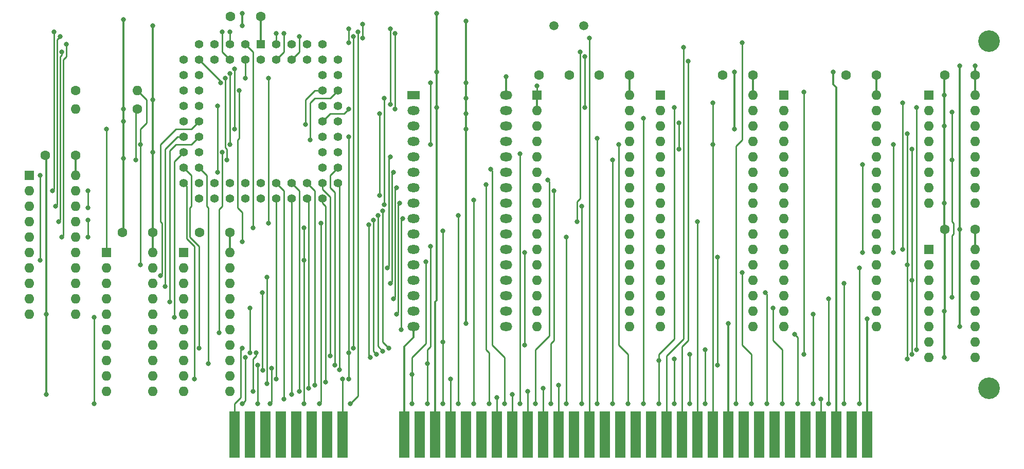
<source format=gbr>
G04 #@! TF.GenerationSoftware,KiCad,Pcbnew,(5.1.8)-1*
G04 #@! TF.CreationDate,2022-11-03T13:19:36-06:00*
G04 #@! TF.ProjectId,V40 64K 640K ISA,56343020-3634-44b2-9036-34304b204953,rev?*
G04 #@! TF.SameCoordinates,Original*
G04 #@! TF.FileFunction,Copper,L2,Bot*
G04 #@! TF.FilePolarity,Positive*
%FSLAX46Y46*%
G04 Gerber Fmt 4.6, Leading zero omitted, Abs format (unit mm)*
G04 Created by KiCad (PCBNEW (5.1.8)-1) date 2022-11-03 13:19:36*
%MOMM*%
%LPD*%
G01*
G04 APERTURE LIST*
G04 #@! TA.AperFunction,ComponentPad*
%ADD10O,2.000000X1.440000*%
G04 #@! TD*
G04 #@! TA.AperFunction,ComponentPad*
%ADD11R,2.000000X1.440000*%
G04 #@! TD*
G04 #@! TA.AperFunction,ComponentPad*
%ADD12O,1.600000X1.600000*%
G04 #@! TD*
G04 #@! TA.AperFunction,ComponentPad*
%ADD13C,1.600000*%
G04 #@! TD*
G04 #@! TA.AperFunction,ComponentPad*
%ADD14C,1.500000*%
G04 #@! TD*
G04 #@! TA.AperFunction,ComponentPad*
%ADD15R,1.600000X1.600000*%
G04 #@! TD*
G04 #@! TA.AperFunction,ComponentPad*
%ADD16C,1.422400*%
G04 #@! TD*
G04 #@! TA.AperFunction,ComponentPad*
%ADD17R,1.422400X1.422400*%
G04 #@! TD*
G04 #@! TA.AperFunction,ConnectorPad*
%ADD18R,1.780000X7.620000*%
G04 #@! TD*
G04 #@! TA.AperFunction,ComponentPad*
%ADD19C,3.556000*%
G04 #@! TD*
G04 #@! TA.AperFunction,ViaPad*
%ADD20C,0.800000*%
G04 #@! TD*
G04 #@! TA.AperFunction,Conductor*
%ADD21C,0.250000*%
G04 #@! TD*
G04 #@! TA.AperFunction,Conductor*
%ADD22C,0.330200*%
G04 #@! TD*
G04 APERTURE END LIST*
D10*
G04 #@! TO.P,U1,17*
G04 #@! TO.N,/D3*
X102100380Y-111988600D03*
G04 #@! TO.P,U1,16*
G04 #@! TO.N,GND*
X86860380Y-111988600D03*
G04 #@! TO.P,U1,18*
G04 #@! TO.N,/D4*
X102100380Y-109448600D03*
G04 #@! TO.P,U1,15*
G04 #@! TO.N,/D2*
X86860380Y-109448600D03*
G04 #@! TO.P,U1,19*
G04 #@! TO.N,/D5*
X102100380Y-106908600D03*
G04 #@! TO.P,U1,14*
G04 #@! TO.N,/D1*
X86860380Y-106908600D03*
G04 #@! TO.P,U1,20*
G04 #@! TO.N,/D6*
X102100380Y-104368600D03*
G04 #@! TO.P,U1,13*
G04 #@! TO.N,/D0*
X86860380Y-104368600D03*
G04 #@! TO.P,U1,21*
G04 #@! TO.N,/D7*
X102100380Y-101828600D03*
G04 #@! TO.P,U1,12*
G04 #@! TO.N,/A0*
X86860380Y-101828600D03*
G04 #@! TO.P,U1,22*
G04 #@! TO.N,/64K_ROM_CS*
X102100380Y-99288600D03*
G04 #@! TO.P,U1,11*
G04 #@! TO.N,/A1*
X86860380Y-99288600D03*
G04 #@! TO.P,U1,23*
G04 #@! TO.N,/A10*
X102100380Y-96748600D03*
G04 #@! TO.P,U1,10*
G04 #@! TO.N,/A2*
X86860380Y-96748600D03*
G04 #@! TO.P,U1,24*
G04 #@! TO.N,/MRD*
X102100380Y-94208600D03*
G04 #@! TO.P,U1,9*
G04 #@! TO.N,/A3*
X86860380Y-94208600D03*
G04 #@! TO.P,U1,25*
G04 #@! TO.N,/A11*
X102100380Y-91668600D03*
G04 #@! TO.P,U1,8*
G04 #@! TO.N,/A4*
X86860380Y-91668600D03*
G04 #@! TO.P,U1,26*
G04 #@! TO.N,/A9*
X102100380Y-89128600D03*
G04 #@! TO.P,U1,7*
G04 #@! TO.N,/A5*
X86860380Y-89128600D03*
G04 #@! TO.P,U1,27*
G04 #@! TO.N,/A8*
X102100380Y-86588600D03*
G04 #@! TO.P,U1,6*
G04 #@! TO.N,/A6*
X86860380Y-86588600D03*
G04 #@! TO.P,U1,28*
G04 #@! TO.N,/A13*
X102100380Y-84048600D03*
G04 #@! TO.P,U1,5*
G04 #@! TO.N,/A7*
X86860380Y-84048600D03*
G04 #@! TO.P,U1,29*
G04 #@! TO.N,/A14*
X102100380Y-81508600D03*
G04 #@! TO.P,U1,4*
G04 #@! TO.N,/A12*
X86860380Y-81508600D03*
G04 #@! TO.P,U1,30*
G04 #@! TO.N,GND*
X102100380Y-78968600D03*
G04 #@! TO.P,U1,3*
G04 #@! TO.N,/A15*
X86860380Y-78968600D03*
G04 #@! TO.P,U1,31*
G04 #@! TO.N,VCC*
X102100380Y-76428600D03*
G04 #@! TO.P,U1,2*
G04 #@! TO.N,GND*
X86860380Y-76428600D03*
G04 #@! TO.P,U1,32*
G04 #@! TO.N,VCC*
X102100380Y-73888600D03*
D11*
G04 #@! TO.P,U1,1*
G04 #@! TO.N,GND*
X86860380Y-73888600D03*
G04 #@! TD*
D12*
G04 #@! TO.P,R2,2*
G04 #@! TO.N,/DEN*
X41394380Y-73126600D03*
D13*
G04 #@! TO.P,R2,1*
G04 #@! TO.N,VCC*
X31234380Y-73126600D03*
G04 #@! TD*
D12*
G04 #@! TO.P,R1,2*
G04 #@! TO.N,GND*
X31234380Y-76174600D03*
D13*
G04 #@! TO.P,R1,1*
G04 #@! TO.N,/POLL*
X41394380Y-76174600D03*
G04 #@! TD*
D14*
G04 #@! TO.P,Y1,2*
G04 #@! TO.N,/X2*
X114874380Y-62458600D03*
G04 #@! TO.P,Y1,1*
G04 #@! TO.N,/X1*
X109974380Y-62458600D03*
G04 #@! TD*
D12*
G04 #@! TO.P,U10,20*
G04 #@! TO.N,VCC*
X56634380Y-99796600D03*
G04 #@! TO.P,U10,10*
G04 #@! TO.N,GND*
X49014380Y-122656600D03*
G04 #@! TO.P,U10,19*
G04 #@! TO.N,/A7*
X56634380Y-102336600D03*
G04 #@! TO.P,U10,9*
G04 #@! TO.N,/AD0*
X49014380Y-120116600D03*
G04 #@! TO.P,U10,18*
G04 #@! TO.N,/A6*
X56634380Y-104876600D03*
G04 #@! TO.P,U10,8*
G04 #@! TO.N,/AD1*
X49014380Y-117576600D03*
G04 #@! TO.P,U10,17*
G04 #@! TO.N,/A5*
X56634380Y-107416600D03*
G04 #@! TO.P,U10,7*
G04 #@! TO.N,/AD2*
X49014380Y-115036600D03*
G04 #@! TO.P,U10,16*
G04 #@! TO.N,/A4*
X56634380Y-109956600D03*
G04 #@! TO.P,U10,6*
G04 #@! TO.N,/AD3*
X49014380Y-112496600D03*
G04 #@! TO.P,U10,15*
G04 #@! TO.N,/A3*
X56634380Y-112496600D03*
G04 #@! TO.P,U10,5*
G04 #@! TO.N,/AD4*
X49014380Y-109956600D03*
G04 #@! TO.P,U10,14*
G04 #@! TO.N,/A2*
X56634380Y-115036600D03*
G04 #@! TO.P,U10,4*
G04 #@! TO.N,/AD5*
X49014380Y-107416600D03*
G04 #@! TO.P,U10,13*
G04 #@! TO.N,/A1*
X56634380Y-117576600D03*
G04 #@! TO.P,U10,3*
G04 #@! TO.N,/AD6*
X49014380Y-104876600D03*
G04 #@! TO.P,U10,12*
G04 #@! TO.N,/A0*
X56634380Y-120116600D03*
G04 #@! TO.P,U10,2*
G04 #@! TO.N,/AD7*
X49014380Y-102336600D03*
G04 #@! TO.P,U10,11*
G04 #@! TO.N,/ALE*
X56634380Y-122656600D03*
D15*
G04 #@! TO.P,U10,1*
G04 #@! TO.N,/HOLDA*
X49014380Y-99796600D03*
G04 #@! TD*
D12*
G04 #@! TO.P,U9,20*
G04 #@! TO.N,VCC*
X43934380Y-99796600D03*
G04 #@! TO.P,U9,10*
G04 #@! TO.N,GND*
X36314380Y-122656600D03*
G04 #@! TO.P,U9,19*
G04 #@! TO.N,/DEN*
X43934380Y-102336600D03*
G04 #@! TO.P,U9,9*
G04 #@! TO.N,/AD0*
X36314380Y-120116600D03*
G04 #@! TO.P,U9,18*
G04 #@! TO.N,/D7*
X43934380Y-104876600D03*
G04 #@! TO.P,U9,8*
G04 #@! TO.N,/AD1*
X36314380Y-117576600D03*
G04 #@! TO.P,U9,17*
G04 #@! TO.N,/D6*
X43934380Y-107416600D03*
G04 #@! TO.P,U9,7*
G04 #@! TO.N,/AD2*
X36314380Y-115036600D03*
G04 #@! TO.P,U9,16*
G04 #@! TO.N,/D5*
X43934380Y-109956600D03*
G04 #@! TO.P,U9,6*
G04 #@! TO.N,/AD3*
X36314380Y-112496600D03*
G04 #@! TO.P,U9,15*
G04 #@! TO.N,/D4*
X43934380Y-112496600D03*
G04 #@! TO.P,U9,5*
G04 #@! TO.N,/AD4*
X36314380Y-109956600D03*
G04 #@! TO.P,U9,14*
G04 #@! TO.N,/D3*
X43934380Y-115036600D03*
G04 #@! TO.P,U9,4*
G04 #@! TO.N,/AD5*
X36314380Y-107416600D03*
G04 #@! TO.P,U9,13*
G04 #@! TO.N,/D2*
X43934380Y-117576600D03*
G04 #@! TO.P,U9,3*
G04 #@! TO.N,/AD6*
X36314380Y-104876600D03*
G04 #@! TO.P,U9,12*
G04 #@! TO.N,/D1*
X43934380Y-120116600D03*
G04 #@! TO.P,U9,2*
G04 #@! TO.N,/AD7*
X36314380Y-102336600D03*
G04 #@! TO.P,U9,11*
G04 #@! TO.N,/D0*
X43934380Y-122656600D03*
D15*
G04 #@! TO.P,U9,1*
G04 #@! TO.N,/DTR*
X36314380Y-99796600D03*
G04 #@! TD*
D12*
G04 #@! TO.P,U8,20*
G04 #@! TO.N,VCC*
X31234380Y-87096600D03*
G04 #@! TO.P,U8,10*
G04 #@! TO.N,GND*
X23614380Y-109956600D03*
G04 #@! TO.P,U8,19*
G04 #@! TO.N,/A19*
X31234380Y-89636600D03*
G04 #@! TO.P,U8,9*
G04 #@! TO.N,Net-(U8-Pad9)*
X23614380Y-107416600D03*
G04 #@! TO.P,U8,18*
G04 #@! TO.N,/A18*
X31234380Y-92176600D03*
G04 #@! TO.P,U8,8*
G04 #@! TO.N,Net-(U8-Pad8)*
X23614380Y-104876600D03*
G04 #@! TO.P,U8,17*
G04 #@! TO.N,/A17*
X31234380Y-94716600D03*
G04 #@! TO.P,U8,7*
G04 #@! TO.N,Net-(U8-Pad7)*
X23614380Y-102336600D03*
G04 #@! TO.P,U8,16*
G04 #@! TO.N,/A16*
X31234380Y-97256600D03*
G04 #@! TO.P,U8,6*
G04 #@! TO.N,Net-(U8-Pad6)*
X23614380Y-99796600D03*
G04 #@! TO.P,U8,15*
G04 #@! TO.N,Net-(U8-Pad15)*
X31234380Y-99796600D03*
G04 #@! TO.P,U8,5*
G04 #@! TO.N,/A16_*
X23614380Y-97256600D03*
G04 #@! TO.P,U8,14*
G04 #@! TO.N,Net-(U8-Pad14)*
X31234380Y-102336600D03*
G04 #@! TO.P,U8,4*
G04 #@! TO.N,/A17_*
X23614380Y-94716600D03*
G04 #@! TO.P,U8,13*
G04 #@! TO.N,Net-(U8-Pad13)*
X31234380Y-104876600D03*
G04 #@! TO.P,U8,3*
G04 #@! TO.N,/A18_*
X23614380Y-92176600D03*
G04 #@! TO.P,U8,12*
G04 #@! TO.N,Net-(U8-Pad12)*
X31234380Y-107416600D03*
G04 #@! TO.P,U8,2*
G04 #@! TO.N,/A19_*
X23614380Y-89636600D03*
G04 #@! TO.P,U8,11*
G04 #@! TO.N,/ALE*
X31234380Y-109956600D03*
D15*
G04 #@! TO.P,U8,1*
G04 #@! TO.N,/HOLDA*
X23614380Y-87096600D03*
G04 #@! TD*
D16*
G04 #@! TO.P,U7,60*
G04 #@! TO.N,/MWR*
X74414380Y-68046600D03*
G04 #@! TO.P,U7,58*
G04 #@! TO.N,Net-(U7-Pad58)*
X74414380Y-70586600D03*
G04 #@! TO.P,U7,56*
G04 #@! TO.N,/DEN*
X74414380Y-73126600D03*
G04 #@! TO.P,U7,54*
G04 #@! TO.N,/X1*
X74414380Y-75666600D03*
G04 #@! TO.P,U7,52*
G04 #@! TO.N,GND*
X74414380Y-78206600D03*
G04 #@! TO.P,U7,50*
G04 #@! TO.N,/ALE*
X74414380Y-80746600D03*
G04 #@! TO.P,U7,48*
G04 #@! TO.N,Net-(U7-Pad48)*
X74414380Y-83286600D03*
G04 #@! TO.P,U7,46*
G04 #@! TO.N,/SPK_GO*
X74414380Y-85826600D03*
G04 #@! TO.P,U7,61*
G04 #@! TO.N,/IORD*
X71874380Y-65506600D03*
G04 #@! TO.P,U7,59*
G04 #@! TO.N,/IOWR*
X71874380Y-70586600D03*
G04 #@! TO.P,U7,57*
G04 #@! TO.N,/DTR*
X71874380Y-73126600D03*
G04 #@! TO.P,U7,55*
G04 #@! TO.N,Net-(U7-Pad55)*
X71874380Y-75666600D03*
G04 #@! TO.P,U7,53*
G04 #@! TO.N,/X2*
X71874380Y-78206600D03*
G04 #@! TO.P,U7,51*
G04 #@! TO.N,Net-(U7-Pad51)*
X71874380Y-80746600D03*
G04 #@! TO.P,U7,49*
G04 #@! TO.N,Net-(U7-Pad49)*
X71874380Y-83286600D03*
G04 #@! TO.P,U7,47*
G04 #@! TO.N,/POLL*
X71874380Y-85826600D03*
G04 #@! TO.P,U7,45*
G04 #@! TO.N,/SPK_OUT*
X71874380Y-88366600D03*
G04 #@! TO.P,U7,43*
G04 #@! TO.N,/IRQ7*
X71874380Y-90906600D03*
G04 #@! TO.P,U7,41*
G04 #@! TO.N,/IRQ5*
X69334380Y-90906600D03*
G04 #@! TO.P,U7,39*
G04 #@! TO.N,/IRQ3*
X66794380Y-90906600D03*
G04 #@! TO.P,U7,37*
G04 #@! TO.N,/IRQ1*
X64254380Y-90906600D03*
G04 #@! TO.P,U7,35*
G04 #@! TO.N,Net-(U7-Pad35)*
X61714380Y-90906600D03*
G04 #@! TO.P,U7,33*
G04 #@! TO.N,Net-(U7-Pad33)*
X59174380Y-90906600D03*
G04 #@! TO.P,U7,31*
G04 #@! TO.N,Net-(U7-Pad31)*
X56634380Y-90906600D03*
G04 #@! TO.P,U7,29*
G04 #@! TO.N,Net-(U7-Pad29)*
X54094380Y-90906600D03*
G04 #@! TO.P,U7,27*
G04 #@! TO.N,Net-(U7-Pad27)*
X51554380Y-90906600D03*
G04 #@! TO.P,U7,44*
G04 #@! TO.N,/HF_PCLK*
X74414380Y-88366600D03*
G04 #@! TO.P,U7,42*
G04 #@! TO.N,/IRQ6*
X69334380Y-88366600D03*
G04 #@! TO.P,U7,40*
G04 #@! TO.N,/IRQ4*
X66794380Y-88366600D03*
G04 #@! TO.P,U7,38*
G04 #@! TO.N,/IRQ2*
X64254380Y-88366600D03*
G04 #@! TO.P,U7,36*
G04 #@! TO.N,Net-(U7-Pad36)*
X61714380Y-88366600D03*
G04 #@! TO.P,U7,34*
G04 #@! TO.N,Net-(U7-Pad34)*
X59174380Y-88366600D03*
G04 #@! TO.P,U7,32*
G04 #@! TO.N,Net-(U7-Pad32)*
X56634380Y-88366600D03*
G04 #@! TO.P,U7,30*
G04 #@! TO.N,Net-(U7-Pad30)*
X54094380Y-88366600D03*
G04 #@! TO.P,U7,28*
G04 #@! TO.N,Net-(U7-Pad28)*
X51554380Y-88366600D03*
G04 #@! TO.P,U7,26*
G04 #@! TO.N,/AD0*
X49014380Y-88366600D03*
G04 #@! TO.P,U7,24*
G04 #@! TO.N,/AD2*
X49014380Y-85826600D03*
G04 #@! TO.P,U7,22*
G04 #@! TO.N,/AD4*
X49014380Y-83286600D03*
G04 #@! TO.P,U7,20*
G04 #@! TO.N,/AD6*
X49014380Y-80746600D03*
G04 #@! TO.P,U7,18*
G04 #@! TO.N,GND*
X49014380Y-78206600D03*
G04 #@! TO.P,U7,16*
G04 #@! TO.N,/A9*
X49014380Y-75666600D03*
G04 #@! TO.P,U7,14*
G04 #@! TO.N,/A11*
X49014380Y-73126600D03*
G04 #@! TO.P,U7,12*
G04 #@! TO.N,/A13*
X49014380Y-70586600D03*
G04 #@! TO.P,U7,10*
G04 #@! TO.N,/A15*
X49014380Y-68046600D03*
G04 #@! TO.P,U7,25*
G04 #@! TO.N,/AD1*
X51554380Y-85826600D03*
G04 #@! TO.P,U7,23*
G04 #@! TO.N,/AD3*
X51554380Y-83286600D03*
G04 #@! TO.P,U7,21*
G04 #@! TO.N,/AD5*
X51554380Y-80746600D03*
G04 #@! TO.P,U7,19*
G04 #@! TO.N,/AD7*
X51554380Y-78206600D03*
G04 #@! TO.P,U7,17*
G04 #@! TO.N,/A8*
X51554380Y-75666600D03*
G04 #@! TO.P,U7,15*
G04 #@! TO.N,/A10*
X51554380Y-73126600D03*
G04 #@! TO.P,U7,13*
G04 #@! TO.N,/A12*
X51554380Y-70586600D03*
G04 #@! TO.P,U7,11*
G04 #@! TO.N,/A14*
X51554380Y-68046600D03*
G04 #@! TO.P,U7,63*
G04 #@! TO.N,Net-(U7-Pad63)*
X69334380Y-65506600D03*
G04 #@! TO.P,U7,65*
G04 #@! TO.N,Net-(U7-Pad65)*
X66794380Y-65506600D03*
G04 #@! TO.P,U7,67*
G04 #@! TO.N,/RDY1*
X64254380Y-65506600D03*
G04 #@! TO.P,U7,9*
G04 #@! TO.N,/A16_*
X51554380Y-65506600D03*
G04 #@! TO.P,U7,7*
G04 #@! TO.N,/A18_*
X54094380Y-65506600D03*
G04 #@! TO.P,U7,5*
G04 #@! TO.N,/REFRQ*
X56634380Y-65506600D03*
G04 #@! TO.P,U7,3*
G04 #@! TO.N,/HOLDA*
X59174380Y-65506600D03*
D17*
G04 #@! TO.P,U7,1*
G04 #@! TO.N,VCC*
X61714380Y-65506600D03*
D16*
G04 #@! TO.P,U7,62*
G04 #@! TO.N,/MRD*
X71874380Y-68046600D03*
G04 #@! TO.P,U7,64*
G04 #@! TO.N,Net-(U7-Pad64)*
X69334380Y-68046600D03*
G04 #@! TO.P,U7,66*
G04 #@! TO.N,/NMI*
X66794380Y-68046600D03*
G04 #@! TO.P,U7,68*
G04 #@! TO.N,/RESET*
X64254380Y-68046600D03*
G04 #@! TO.P,U7,8*
G04 #@! TO.N,/A17_*
X54094380Y-68046600D03*
G04 #@! TO.P,U7,6*
G04 #@! TO.N,/A19_*
X56634380Y-68046600D03*
G04 #@! TO.P,U7,4*
G04 #@! TO.N,/HOLD*
X59174380Y-68046600D03*
G04 #@! TO.P,U7,2*
G04 #@! TO.N,Net-(U7-Pad2)*
X61714380Y-68046600D03*
G04 #@! TD*
D18*
G04 #@! TO.P,J1,8*
G04 #@! TO.N,/NMI*
X57396380Y-129768600D03*
G04 #@! TO.P,J1,7*
G04 #@! TO.N,Net-(J1-Pad7)*
X59936380Y-129768600D03*
G04 #@! TO.P,J1,6*
G04 #@! TO.N,Net-(J1-Pad6)*
X62476380Y-129768600D03*
G04 #@! TO.P,J1,5*
G04 #@! TO.N,Net-(J1-Pad5)*
X65016380Y-129768600D03*
G04 #@! TO.P,J1,4*
G04 #@! TO.N,Net-(J1-Pad4)*
X67556380Y-129768600D03*
G04 #@! TO.P,J1,3*
G04 #@! TO.N,Net-(J1-Pad3)*
X70096380Y-129768600D03*
G04 #@! TO.P,J1,2*
G04 #@! TO.N,Net-(J1-Pad2)*
X72636380Y-129768600D03*
G04 #@! TO.P,J1,1*
G04 #@! TO.N,/IRQ1*
X75176380Y-129768600D03*
G04 #@! TD*
D13*
G04 #@! TO.P,C10,2*
G04 #@! TO.N,VCC*
X56634380Y-96494600D03*
G04 #@! TO.P,C10,1*
G04 #@! TO.N,GND*
X51634380Y-96494600D03*
G04 #@! TD*
G04 #@! TO.P,C9,2*
G04 #@! TO.N,VCC*
X43934380Y-96494600D03*
G04 #@! TO.P,C9,1*
G04 #@! TO.N,GND*
X38934380Y-96494600D03*
G04 #@! TD*
G04 #@! TO.P,C8,2*
G04 #@! TO.N,VCC*
X31234380Y-83794600D03*
G04 #@! TO.P,C8,1*
G04 #@! TO.N,GND*
X26234380Y-83794600D03*
G04 #@! TD*
G04 #@! TO.P,C7,2*
G04 #@! TO.N,VCC*
X61714380Y-60934600D03*
G04 #@! TO.P,C7,1*
G04 #@! TO.N,GND*
X56714380Y-60934600D03*
G04 #@! TD*
G04 #@! TO.P,C2,2*
G04 #@! TO.N,VCC*
X122420380Y-70586600D03*
G04 #@! TO.P,C2,1*
G04 #@! TO.N,GND*
X117420380Y-70586600D03*
G04 #@! TD*
D12*
G04 #@! TO.P,U2,32*
G04 #@! TO.N,VCC*
X122420380Y-73888600D03*
G04 #@! TO.P,U2,16*
G04 #@! TO.N,GND*
X107180380Y-111988600D03*
G04 #@! TO.P,U2,31*
G04 #@! TO.N,/MWR*
X122420380Y-76428600D03*
G04 #@! TO.P,U2,15*
G04 #@! TO.N,/D2*
X107180380Y-109448600D03*
G04 #@! TO.P,U2,30*
G04 #@! TO.N,GND*
X122420380Y-78968600D03*
G04 #@! TO.P,U2,14*
G04 #@! TO.N,/D1*
X107180380Y-106908600D03*
G04 #@! TO.P,U2,29*
G04 #@! TO.N,/A14*
X122420380Y-81508600D03*
G04 #@! TO.P,U2,13*
G04 #@! TO.N,/D0*
X107180380Y-104368600D03*
G04 #@! TO.P,U2,28*
G04 #@! TO.N,/A13*
X122420380Y-84048600D03*
G04 #@! TO.P,U2,12*
G04 #@! TO.N,/A0*
X107180380Y-101828600D03*
G04 #@! TO.P,U2,27*
G04 #@! TO.N,/A8*
X122420380Y-86588600D03*
G04 #@! TO.P,U2,11*
G04 #@! TO.N,/A1*
X107180380Y-99288600D03*
G04 #@! TO.P,U2,26*
G04 #@! TO.N,/A9*
X122420380Y-89128600D03*
G04 #@! TO.P,U2,10*
G04 #@! TO.N,/A2*
X107180380Y-96748600D03*
G04 #@! TO.P,U2,25*
G04 #@! TO.N,/A11*
X122420380Y-91668600D03*
G04 #@! TO.P,U2,9*
G04 #@! TO.N,/A3*
X107180380Y-94208600D03*
G04 #@! TO.P,U2,24*
G04 #@! TO.N,/MRD*
X122420380Y-94208600D03*
G04 #@! TO.P,U2,8*
G04 #@! TO.N,/A4*
X107180380Y-91668600D03*
G04 #@! TO.P,U2,23*
G04 #@! TO.N,/A10*
X122420380Y-96748600D03*
G04 #@! TO.P,U2,7*
G04 #@! TO.N,/A5*
X107180380Y-89128600D03*
G04 #@! TO.P,U2,22*
G04 #@! TO.N,/E0000_CS*
X122420380Y-99288600D03*
G04 #@! TO.P,U2,6*
G04 #@! TO.N,/A6*
X107180380Y-86588600D03*
G04 #@! TO.P,U2,21*
G04 #@! TO.N,/D7*
X122420380Y-101828600D03*
G04 #@! TO.P,U2,5*
G04 #@! TO.N,/A7*
X107180380Y-84048600D03*
G04 #@! TO.P,U2,20*
G04 #@! TO.N,/D6*
X122420380Y-104368600D03*
G04 #@! TO.P,U2,4*
G04 #@! TO.N,/A12*
X107180380Y-81508600D03*
G04 #@! TO.P,U2,19*
G04 #@! TO.N,/D5*
X122420380Y-106908600D03*
G04 #@! TO.P,U2,3*
G04 #@! TO.N,/A15*
X107180380Y-78968600D03*
G04 #@! TO.P,U2,18*
G04 #@! TO.N,/D4*
X122420380Y-109448600D03*
G04 #@! TO.P,U2,2*
G04 #@! TO.N,GND*
X107180380Y-76428600D03*
G04 #@! TO.P,U2,17*
G04 #@! TO.N,/D3*
X122420380Y-111988600D03*
D15*
G04 #@! TO.P,U2,1*
G04 #@! TO.N,GND*
X107180380Y-73888600D03*
G04 #@! TD*
D13*
G04 #@! TO.P,C1,2*
G04 #@! TO.N,VCC*
X107514380Y-70586600D03*
G04 #@! TO.P,C1,1*
G04 #@! TO.N,GND*
X112514380Y-70586600D03*
G04 #@! TD*
D12*
G04 #@! TO.P,U3,32*
G04 #@! TO.N,VCC*
X142740380Y-73888600D03*
G04 #@! TO.P,U3,16*
G04 #@! TO.N,GND*
X127500380Y-111988600D03*
G04 #@! TO.P,U3,31*
G04 #@! TO.N,/A15*
X142740380Y-76428600D03*
G04 #@! TO.P,U3,15*
G04 #@! TO.N,/D2*
X127500380Y-109448600D03*
G04 #@! TO.P,U3,30*
G04 #@! TO.N,VCC*
X142740380Y-78968600D03*
G04 #@! TO.P,U3,14*
G04 #@! TO.N,/D1*
X127500380Y-106908600D03*
G04 #@! TO.P,U3,29*
G04 #@! TO.N,/MWR*
X142740380Y-81508600D03*
G04 #@! TO.P,U3,13*
G04 #@! TO.N,/D0*
X127500380Y-104368600D03*
G04 #@! TO.P,U3,28*
G04 #@! TO.N,/A13*
X142740380Y-84048600D03*
G04 #@! TO.P,U3,12*
G04 #@! TO.N,/A0*
X127500380Y-101828600D03*
G04 #@! TO.P,U3,27*
G04 #@! TO.N,/A8*
X142740380Y-86588600D03*
G04 #@! TO.P,U3,11*
G04 #@! TO.N,/A1*
X127500380Y-99288600D03*
G04 #@! TO.P,U3,26*
G04 #@! TO.N,/A9*
X142740380Y-89128600D03*
G04 #@! TO.P,U3,10*
G04 #@! TO.N,/A2*
X127500380Y-96748600D03*
G04 #@! TO.P,U3,25*
G04 #@! TO.N,/A11*
X142740380Y-91668600D03*
G04 #@! TO.P,U3,9*
G04 #@! TO.N,/A3*
X127500380Y-94208600D03*
G04 #@! TO.P,U3,24*
G04 #@! TO.N,/MRD*
X142740380Y-94208600D03*
G04 #@! TO.P,U3,8*
G04 #@! TO.N,/A4*
X127500380Y-91668600D03*
G04 #@! TO.P,U3,23*
G04 #@! TO.N,/A10*
X142740380Y-96748600D03*
G04 #@! TO.P,U3,7*
G04 #@! TO.N,/A5*
X127500380Y-89128600D03*
G04 #@! TO.P,U3,22*
G04 #@! TO.N,/128K_CS*
X142740380Y-99288600D03*
G04 #@! TO.P,U3,6*
G04 #@! TO.N,/A6*
X127500380Y-86588600D03*
G04 #@! TO.P,U3,21*
G04 #@! TO.N,/D7*
X142740380Y-101828600D03*
G04 #@! TO.P,U3,5*
G04 #@! TO.N,/A7*
X127500380Y-84048600D03*
G04 #@! TO.P,U3,20*
G04 #@! TO.N,/D6*
X142740380Y-104368600D03*
G04 #@! TO.P,U3,4*
G04 #@! TO.N,/A12*
X127500380Y-81508600D03*
G04 #@! TO.P,U3,19*
G04 #@! TO.N,/D5*
X142740380Y-106908600D03*
G04 #@! TO.P,U3,3*
G04 #@! TO.N,/A14*
X127500380Y-78968600D03*
G04 #@! TO.P,U3,18*
G04 #@! TO.N,/D4*
X142740380Y-109448600D03*
G04 #@! TO.P,U3,2*
G04 #@! TO.N,/A16*
X127500380Y-76428600D03*
G04 #@! TO.P,U3,17*
G04 #@! TO.N,/D3*
X142740380Y-111988600D03*
D15*
G04 #@! TO.P,U3,1*
G04 #@! TO.N,Net-(U3-Pad1)*
X127500380Y-73888600D03*
G04 #@! TD*
D12*
G04 #@! TO.P,U4,32*
G04 #@! TO.N,VCC*
X163060380Y-73888600D03*
G04 #@! TO.P,U4,16*
G04 #@! TO.N,GND*
X147820380Y-111988600D03*
G04 #@! TO.P,U4,31*
G04 #@! TO.N,/A15*
X163060380Y-76428600D03*
G04 #@! TO.P,U4,15*
G04 #@! TO.N,/D2*
X147820380Y-109448600D03*
G04 #@! TO.P,U4,30*
G04 #@! TO.N,/A17*
X163060380Y-78968600D03*
G04 #@! TO.P,U4,14*
G04 #@! TO.N,/D1*
X147820380Y-106908600D03*
G04 #@! TO.P,U4,29*
G04 #@! TO.N,/MWR*
X163060380Y-81508600D03*
G04 #@! TO.P,U4,13*
G04 #@! TO.N,/D0*
X147820380Y-104368600D03*
G04 #@! TO.P,U4,28*
G04 #@! TO.N,/A13*
X163060380Y-84048600D03*
G04 #@! TO.P,U4,12*
G04 #@! TO.N,/A0*
X147820380Y-101828600D03*
G04 #@! TO.P,U4,27*
G04 #@! TO.N,/A8*
X163060380Y-86588600D03*
G04 #@! TO.P,U4,11*
G04 #@! TO.N,/A1*
X147820380Y-99288600D03*
G04 #@! TO.P,U4,26*
G04 #@! TO.N,/A9*
X163060380Y-89128600D03*
G04 #@! TO.P,U4,10*
G04 #@! TO.N,/A2*
X147820380Y-96748600D03*
G04 #@! TO.P,U4,25*
G04 #@! TO.N,/A11*
X163060380Y-91668600D03*
G04 #@! TO.P,U4,9*
G04 #@! TO.N,/A3*
X147820380Y-94208600D03*
G04 #@! TO.P,U4,24*
G04 #@! TO.N,/MRD*
X163060380Y-94208600D03*
G04 #@! TO.P,U4,8*
G04 #@! TO.N,/A4*
X147820380Y-91668600D03*
G04 #@! TO.P,U4,23*
G04 #@! TO.N,/A10*
X163060380Y-96748600D03*
G04 #@! TO.P,U4,7*
G04 #@! TO.N,/A5*
X147820380Y-89128600D03*
G04 #@! TO.P,U4,22*
G04 #@! TO.N,/512K_CS*
X163060380Y-99288600D03*
G04 #@! TO.P,U4,6*
G04 #@! TO.N,/A6*
X147820380Y-86588600D03*
G04 #@! TO.P,U4,21*
G04 #@! TO.N,/D7*
X163060380Y-101828600D03*
G04 #@! TO.P,U4,5*
G04 #@! TO.N,/A7*
X147820380Y-84048600D03*
G04 #@! TO.P,U4,20*
G04 #@! TO.N,/D6*
X163060380Y-104368600D03*
G04 #@! TO.P,U4,4*
G04 #@! TO.N,/A12*
X147820380Y-81508600D03*
G04 #@! TO.P,U4,19*
G04 #@! TO.N,/D5*
X163060380Y-106908600D03*
G04 #@! TO.P,U4,3*
G04 #@! TO.N,/A14*
X147820380Y-78968600D03*
G04 #@! TO.P,U4,18*
G04 #@! TO.N,/D4*
X163060380Y-109448600D03*
G04 #@! TO.P,U4,2*
G04 #@! TO.N,/A16*
X147820380Y-76428600D03*
G04 #@! TO.P,U4,17*
G04 #@! TO.N,/D3*
X163060380Y-111988600D03*
D15*
G04 #@! TO.P,U4,1*
G04 #@! TO.N,/A18*
X147820380Y-73888600D03*
G04 #@! TD*
D13*
G04 #@! TO.P,C6,2*
G04 #@! TO.N,VCC*
X179316380Y-95986600D03*
G04 #@! TO.P,C6,1*
G04 #@! TO.N,GND*
X174316380Y-95986600D03*
G04 #@! TD*
G04 #@! TO.P,C3,2*
G04 #@! TO.N,VCC*
X142740380Y-70586600D03*
G04 #@! TO.P,C3,1*
G04 #@! TO.N,GND*
X137740380Y-70586600D03*
G04 #@! TD*
D18*
G04 #@! TO.P,J9,31*
G04 #@! TO.N,GND*
X85336380Y-129768600D03*
G04 #@! TO.P,J9,30*
G04 #@! TO.N,/OSC88*
X87876380Y-129768600D03*
G04 #@! TO.P,J9,29*
G04 #@! TO.N,VCC*
X90416380Y-129768600D03*
G04 #@! TO.P,J9,28*
G04 #@! TO.N,/ALE*
X92956380Y-129768600D03*
G04 #@! TO.P,J9,27*
G04 #@! TO.N,/TC*
X95496380Y-129768600D03*
G04 #@! TO.P,J9,26*
G04 #@! TO.N,/DACK2*
X98036380Y-129768600D03*
G04 #@! TO.P,J9,25*
G04 #@! TO.N,/IRQ3*
X100576380Y-129768600D03*
G04 #@! TO.P,J9,24*
G04 #@! TO.N,/IRQ4*
X103116380Y-129768600D03*
G04 #@! TO.P,J9,23*
G04 #@! TO.N,/IRQ5*
X105656380Y-129768600D03*
G04 #@! TO.P,J9,22*
G04 #@! TO.N,/IRQ6*
X108196380Y-129768600D03*
G04 #@! TO.P,J9,21*
G04 #@! TO.N,/IRQ7*
X110736380Y-129768600D03*
G04 #@! TO.P,J9,20*
G04 #@! TO.N,/CLK88*
X113276380Y-129768600D03*
G04 #@! TO.P,J9,19*
G04 #@! TO.N,/REFRQ*
X115816380Y-129768600D03*
G04 #@! TO.P,J9,18*
G04 #@! TO.N,/DRQ1*
X118356380Y-129768600D03*
G04 #@! TO.P,J9,17*
G04 #@! TO.N,/DACK1*
X120896380Y-129768600D03*
G04 #@! TO.P,J9,16*
G04 #@! TO.N,/DRQ3*
X123436380Y-129768600D03*
G04 #@! TO.P,J9,15*
G04 #@! TO.N,/DACK3*
X125976380Y-129768600D03*
G04 #@! TO.P,J9,14*
G04 #@! TO.N,/IORD*
X128516380Y-129768600D03*
G04 #@! TO.P,J9,13*
G04 #@! TO.N,/IOWR*
X131056380Y-129768600D03*
G04 #@! TO.P,J9,12*
G04 #@! TO.N,/MRD*
X133596380Y-129768600D03*
G04 #@! TO.P,J9,11*
G04 #@! TO.N,/MWR*
X136136380Y-129768600D03*
G04 #@! TO.P,J9,10*
G04 #@! TO.N,GND*
X138676380Y-129768600D03*
G04 #@! TO.P,J9,9*
G04 #@! TO.N,/12+*
X141216380Y-129768600D03*
G04 #@! TO.P,J9,8*
G04 #@! TO.N,/NC*
X143756380Y-129768600D03*
G04 #@! TO.P,J9,7*
G04 #@! TO.N,/12-*
X146296380Y-129768600D03*
G04 #@! TO.P,J9,6*
G04 #@! TO.N,/DRQ2*
X148836380Y-129768600D03*
G04 #@! TO.P,J9,5*
G04 #@! TO.N,/5-*
X151376380Y-129768600D03*
G04 #@! TO.P,J9,4*
G04 #@! TO.N,/IRQ2*
X153916380Y-129768600D03*
G04 #@! TO.P,J9,3*
G04 #@! TO.N,VCC*
X156456380Y-129768600D03*
G04 #@! TO.P,J9,2*
G04 #@! TO.N,/RESOUT*
X158996380Y-129768600D03*
G04 #@! TO.P,J9,1*
G04 #@! TO.N,GND*
X161536380Y-129768600D03*
G04 #@! TD*
D19*
G04 #@! TO.P,R,1*
G04 #@! TO.N,/GND*
X181602380Y-122148600D03*
G04 #@! TD*
G04 #@! TO.P,R,1*
G04 #@! TO.N,N/C*
X181602380Y-64998600D03*
G04 #@! TD*
D12*
G04 #@! TO.P,U6,16*
G04 #@! TO.N,VCC*
X179316380Y-99288600D03*
G04 #@! TO.P,U6,8*
G04 #@! TO.N,GND*
X171696380Y-117068600D03*
G04 #@! TO.P,U6,15*
G04 #@! TO.N,Net-(U6-Pad15)*
X179316380Y-101828600D03*
G04 #@! TO.P,U6,7*
G04 #@! TO.N,/64K_ROM_CS*
X171696380Y-114528600D03*
G04 #@! TO.P,U6,14*
G04 #@! TO.N,Net-(U6-Pad14)*
X179316380Y-104368600D03*
G04 #@! TO.P,U6,6*
G04 #@! TO.N,VCC*
X171696380Y-111988600D03*
G04 #@! TO.P,U6,13*
G04 #@! TO.N,Net-(U6-Pad13)*
X179316380Y-106908600D03*
G04 #@! TO.P,U6,5*
G04 #@! TO.N,GND*
X171696380Y-109448600D03*
G04 #@! TO.P,U6,12*
G04 #@! TO.N,Net-(U6-Pad12)*
X179316380Y-109448600D03*
G04 #@! TO.P,U6,4*
G04 #@! TO.N,/UPPER_512K*
X171696380Y-106908600D03*
G04 #@! TO.P,U6,11*
G04 #@! TO.N,Net-(U6-Pad11)*
X179316380Y-111988600D03*
G04 #@! TO.P,U6,3*
G04 #@! TO.N,/A18*
X171696380Y-104368600D03*
G04 #@! TO.P,U6,10*
G04 #@! TO.N,Net-(U6-Pad10)*
X179316380Y-114528600D03*
G04 #@! TO.P,U6,2*
G04 #@! TO.N,/A17*
X171696380Y-101828600D03*
G04 #@! TO.P,U6,9*
G04 #@! TO.N,/E0000_CS*
X179316380Y-117068600D03*
D15*
G04 #@! TO.P,U6,1*
G04 #@! TO.N,/A16*
X171696380Y-99288600D03*
G04 #@! TD*
D12*
G04 #@! TO.P,U5,16*
G04 #@! TO.N,VCC*
X179316380Y-73888600D03*
G04 #@! TO.P,U5,8*
G04 #@! TO.N,GND*
X171696380Y-91668600D03*
G04 #@! TO.P,U5,15*
G04 #@! TO.N,/UPPER_512K*
X179316380Y-76428600D03*
G04 #@! TO.P,U5,7*
G04 #@! TO.N,Net-(U5-Pad7)*
X171696380Y-89128600D03*
G04 #@! TO.P,U5,14*
G04 #@! TO.N,/A17*
X179316380Y-78968600D03*
G04 #@! TO.P,U5,6*
G04 #@! TO.N,Net-(U5-Pad6)*
X171696380Y-86588600D03*
G04 #@! TO.P,U5,13*
G04 #@! TO.N,/A18*
X179316380Y-81508600D03*
G04 #@! TO.P,U5,5*
G04 #@! TO.N,/UPPER_512K*
X171696380Y-84048600D03*
G04 #@! TO.P,U5,12*
G04 #@! TO.N,/128K_CS*
X179316380Y-84048600D03*
G04 #@! TO.P,U5,4*
G04 #@! TO.N,/512K_CS*
X171696380Y-81508600D03*
G04 #@! TO.P,U5,11*
G04 #@! TO.N,Net-(U5-Pad11)*
X179316380Y-86588600D03*
G04 #@! TO.P,U5,3*
G04 #@! TO.N,GND*
X171696380Y-78968600D03*
G04 #@! TO.P,U5,10*
G04 #@! TO.N,Net-(U5-Pad10)*
X179316380Y-89128600D03*
G04 #@! TO.P,U5,2*
G04 #@! TO.N,/A19*
X171696380Y-76428600D03*
G04 #@! TO.P,U5,9*
G04 #@! TO.N,Net-(U5-Pad9)*
X179316380Y-91668600D03*
D15*
G04 #@! TO.P,U5,1*
G04 #@! TO.N,GND*
X171696380Y-73888600D03*
G04 #@! TD*
D13*
G04 #@! TO.P,C5,2*
G04 #@! TO.N,VCC*
X179316380Y-70586600D03*
G04 #@! TO.P,C5,1*
G04 #@! TO.N,GND*
X174316380Y-70586600D03*
G04 #@! TD*
G04 #@! TO.P,C4,2*
G04 #@! TO.N,VCC*
X163060380Y-70586600D03*
G04 #@! TO.P,C4,1*
G04 #@! TO.N,GND*
X158060380Y-70586600D03*
G04 #@! TD*
D20*
G04 #@! TO.N,/IRQ2*
X153916380Y-123926600D03*
X65524380Y-123926600D03*
G04 #@! TO.N,/IRQ7*
X110736380Y-121640600D03*
X72382380Y-121132600D03*
G04 #@! TO.N,/IRQ6*
X108196380Y-122148600D03*
X70604380Y-121640600D03*
G04 #@! TO.N,/IRQ5*
X105656380Y-122656600D03*
X69588380Y-122148600D03*
G04 #@! TO.N,/IRQ4*
X103116380Y-123164600D03*
X68064380Y-122656600D03*
G04 #@! TO.N,/IRQ3*
X100576380Y-123672600D03*
X66794380Y-123164600D03*
G04 #@! TO.N,/ALE*
X76192380Y-80746600D03*
X76192380Y-116306600D03*
X60952380Y-116306600D03*
X60444380Y-122656600D03*
X92956380Y-120624600D03*
X76192380Y-120624600D03*
X34282380Y-124688600D03*
X34282380Y-110464600D03*
G04 #@! TO.N,/D7*
X160266380Y-124688600D03*
X160266380Y-102336600D03*
G04 #@! TO.N,/D6*
X157726380Y-124688600D03*
X157726380Y-104876600D03*
G04 #@! TO.N,/D5*
X155186380Y-124688600D03*
X155186380Y-107416600D03*
G04 #@! TO.N,/D4*
X152646380Y-124688600D03*
X152646380Y-109956600D03*
G04 #@! TO.N,/D3*
X150106380Y-124688600D03*
X149598380Y-113258600D03*
G04 #@! TO.N,/D2*
X147566380Y-124688600D03*
X146042380Y-108940600D03*
X59936380Y-116306600D03*
X59936380Y-108940600D03*
G04 #@! TO.N,/D1*
X145026380Y-124688600D03*
X144772380Y-106400600D03*
X61968380Y-106400600D03*
X62038440Y-119147306D03*
G04 #@! TO.N,/D0*
X142486380Y-124688600D03*
X140962380Y-103098600D03*
X62730380Y-121386600D03*
X62730380Y-103860600D03*
G04 #@! TO.N,/RDY1*
X139946380Y-124688600D03*
X76192380Y-65252600D03*
X140962380Y-65252600D03*
X64254380Y-63728600D03*
X76192380Y-62929610D03*
G04 #@! TO.N,/A19*
X134866380Y-124688600D03*
X169664380Y-75920600D03*
X169664380Y-115798600D03*
X134866380Y-115798600D03*
X33266380Y-92430600D03*
X33266380Y-89636600D03*
X82796380Y-115544600D03*
X81780380Y-92938600D03*
G04 #@! TO.N,/A18*
X132326380Y-124688600D03*
X168902380Y-82778600D03*
X168902380Y-116560600D03*
X132326380Y-116560600D03*
X151122380Y-116560600D03*
X151122380Y-73380600D03*
X168902380Y-104368600D03*
X81018380Y-93700600D03*
X81825272Y-116024057D03*
G04 #@! TO.N,/A17*
X129786380Y-124688600D03*
X168140380Y-80238600D03*
X168140380Y-117322600D03*
X129786380Y-117322600D03*
X168140380Y-101828600D03*
X80256380Y-94462600D03*
X80764380Y-116560608D03*
G04 #@! TO.N,/A16*
X127246380Y-124688600D03*
X129786380Y-75920600D03*
X167378380Y-75158600D03*
X167378380Y-99288600D03*
X127246380Y-117576600D03*
X33266380Y-94462600D03*
X33266380Y-97256600D03*
X79748380Y-117068600D03*
X79494380Y-95224600D03*
G04 #@! TO.N,/A15*
X124706380Y-124688600D03*
X124706380Y-77698600D03*
X57396380Y-69570600D03*
X57396380Y-79476600D03*
G04 #@! TO.N,/A14*
X122166380Y-124688600D03*
X120642380Y-82016600D03*
X130548380Y-82778600D03*
X130548380Y-78460600D03*
X55110380Y-71856600D03*
X89654380Y-82016600D03*
X89654380Y-71856600D03*
G04 #@! TO.N,/A13*
X119626380Y-124688600D03*
X119626380Y-84556600D03*
X55872380Y-71094600D03*
X56126380Y-84556600D03*
G04 #@! TO.N,/A12*
X117086380Y-124688600D03*
X117086380Y-81000600D03*
X56634380Y-70332600D03*
X56634380Y-82016600D03*
G04 #@! TO.N,/A11*
X114546380Y-124688600D03*
X114546380Y-92176600D03*
X82034380Y-74396600D03*
X82034380Y-91922600D03*
G04 #@! TO.N,/A10*
X112006380Y-124688600D03*
X112006380Y-97256600D03*
X58158380Y-73126600D03*
X58666380Y-98018600D03*
G04 #@! TO.N,/A9*
X109466380Y-124688600D03*
X109974380Y-89636600D03*
X81272380Y-90398600D03*
X81272380Y-76936600D03*
G04 #@! TO.N,/A8*
X106926380Y-124688600D03*
X108958380Y-87858600D03*
X54602380Y-86588600D03*
X54602380Y-75666600D03*
G04 #@! TO.N,/A7*
X104386380Y-124688600D03*
X104386380Y-83540600D03*
X83050380Y-84048600D03*
X82542380Y-102336600D03*
G04 #@! TO.N,/A6*
X101846380Y-124688600D03*
X99560380Y-86080600D03*
X83558380Y-86588600D03*
X83050380Y-104876600D03*
G04 #@! TO.N,/A5*
X99306380Y-124688600D03*
X98798380Y-88620600D03*
X84066380Y-89128600D03*
X83558380Y-107416600D03*
G04 #@! TO.N,/A4*
X96766380Y-124688600D03*
X96766380Y-91160600D03*
X84574380Y-91668600D03*
X84066380Y-109956600D03*
G04 #@! TO.N,/A3*
X94226380Y-124688600D03*
X94226380Y-93700600D03*
X85082380Y-94208600D03*
X84828380Y-112496600D03*
G04 #@! TO.N,/A2*
X91686380Y-124688600D03*
X91686380Y-96240600D03*
X91686380Y-114528600D03*
G04 #@! TO.N,/A1*
X89146380Y-124688600D03*
X89654380Y-98780600D03*
X89146380Y-118084600D03*
G04 #@! TO.N,/A0*
X86606380Y-124688600D03*
X88892380Y-101320600D03*
X86606380Y-119862600D03*
G04 #@! TO.N,/MWR*
X136136380Y-82016600D03*
X136136380Y-75158600D03*
X115054380Y-67538600D03*
X115054380Y-75920600D03*
G04 #@! TO.N,/MRD*
X133596380Y-94716600D03*
X114292380Y-66776600D03*
X113784380Y-94716600D03*
G04 #@! TO.N,/IOWR*
X132072380Y-68300600D03*
G04 #@! TO.N,/IORD*
X131310380Y-66014600D03*
G04 #@! TO.N,/REFRQ*
X115816380Y-64490600D03*
X78478380Y-64490600D03*
X78478380Y-62204600D03*
X56634380Y-63474600D03*
G04 #@! TO.N,/512K_CS*
X165854380Y-99796600D03*
X165854380Y-82016600D03*
G04 #@! TO.N,/UPPER_512K*
X175506380Y-84556600D03*
X175506380Y-107162600D03*
X175506380Y-76682600D03*
G04 #@! TO.N,/128K_CS*
X160774380Y-99796600D03*
X160774380Y-85318600D03*
G04 #@! TO.N,VCC*
X179316380Y-69062600D03*
X176776380Y-69062600D03*
X176776380Y-95986600D03*
X155948380Y-70078600D03*
X139692380Y-70078600D03*
X139692380Y-79476600D03*
X90670380Y-70078600D03*
X176776380Y-111988600D03*
X90670380Y-75920600D03*
X43934380Y-83286600D03*
X90670380Y-60426600D03*
X43934380Y-62458600D03*
X58666380Y-60426600D03*
X58666380Y-62458600D03*
X43934380Y-74650600D03*
X102100380Y-70840600D03*
G04 #@! TO.N,GND*
X161536380Y-110718600D03*
X138676380Y-111480600D03*
X174236380Y-109448600D03*
X174236384Y-117068600D03*
X174236380Y-91668600D03*
X174236380Y-73888600D03*
X174236380Y-78968600D03*
X95496380Y-111480600D03*
X95496380Y-76936600D03*
X95496380Y-79476600D03*
X95496380Y-74396600D03*
X39108380Y-78206600D03*
X39108380Y-84302600D03*
X26408378Y-109956600D03*
X26408378Y-123164598D03*
X95496380Y-61696600D03*
X39108380Y-61442600D03*
X39108380Y-76174600D03*
X107180380Y-72364600D03*
X95496380Y-71856600D03*
G04 #@! TO.N,/64K_ROM_CS*
X105148380Y-115036600D03*
X105148380Y-99796600D03*
G04 #@! TO.N,/E0000_CS*
X136898380Y-118338600D03*
X136898380Y-100558600D03*
G04 #@! TO.N,/SPK_OUT*
X58666380Y-124688600D03*
X59174380Y-117068600D03*
X73144380Y-116814600D03*
G04 #@! TO.N,/SPK_GO*
X61206380Y-124688600D03*
X61206380Y-118338600D03*
X73906380Y-118338600D03*
G04 #@! TO.N,/HF_PCLK*
X63238378Y-124688600D03*
X63492380Y-118846600D03*
X74668380Y-119100600D03*
G04 #@! TO.N,/HOLDA*
X68826380Y-124688600D03*
X25392380Y-101066600D03*
X25392380Y-87096600D03*
X68826380Y-95732600D03*
X68826380Y-101066600D03*
X60444380Y-95732600D03*
G04 #@! TO.N,/HOLD*
X71366380Y-124688600D03*
X71620380Y-94970600D03*
X62984380Y-94970600D03*
X62984380Y-71094600D03*
X59174380Y-71094600D03*
G04 #@! TO.N,/RESET*
X76446380Y-124688600D03*
X65524380Y-63728600D03*
X77716380Y-63474600D03*
G04 #@! TO.N,/NMI*
X58666380Y-115544600D03*
X76954380Y-115544600D03*
X68064380Y-64236600D03*
X76960637Y-64245396D03*
G04 #@! TO.N,/IRQ1*
X64254380Y-120624600D03*
X75176380Y-120624600D03*
G04 #@! TO.N,/POLL*
X41140380Y-84556600D03*
G04 #@! TO.N,/DEN*
X41902380Y-101828600D03*
X41902380Y-82016600D03*
X69842380Y-81254600D03*
G04 #@! TO.N,/X1*
X83050380Y-75412600D03*
X83050380Y-62966600D03*
G04 #@! TO.N,/DTR*
X36314380Y-79476600D03*
X69080380Y-78714600D03*
G04 #@! TO.N,/X2*
X76192380Y-76174600D03*
X83812380Y-76174600D03*
X83812380Y-63728600D03*
G04 #@! TO.N,/AD0*
X50792380Y-120624600D03*
G04 #@! TO.N,/AD2*
X51554380Y-115544600D03*
G04 #@! TO.N,/AD4*
X47490380Y-110464600D03*
G04 #@! TO.N,/AD6*
X45966380Y-105384600D03*
G04 #@! TO.N,/AD1*
X53078380Y-118084600D03*
G04 #@! TO.N,/AD3*
X55364380Y-83286600D03*
X54856380Y-113004600D03*
G04 #@! TO.N,/AD5*
X46728380Y-107924600D03*
G04 #@! TO.N,/AD7*
X45204380Y-103606600D03*
G04 #@! TO.N,/A16_*
X28948380Y-97256600D03*
X29710380Y-65506600D03*
G04 #@! TO.N,/A18_*
X27932380Y-92176600D03*
X28694380Y-64236600D03*
G04 #@! TO.N,/A17_*
X28440380Y-94716600D03*
X28948380Y-66776600D03*
G04 #@! TO.N,/A19_*
X55364380Y-63474600D03*
X27424380Y-89636600D03*
X27678380Y-63474600D03*
G04 #@! TD*
D21*
G04 #@! TO.N,/IRQ2*
X153916380Y-129768600D02*
X153916380Y-123926600D01*
X65524380Y-89636600D02*
X65524380Y-123926600D01*
X64254380Y-88366600D02*
X65524380Y-89636600D01*
G04 #@! TO.N,/IRQ7*
X110736380Y-129768600D02*
X110736380Y-121640600D01*
X71874380Y-91668600D02*
X72382380Y-92176600D01*
X72382380Y-92176600D02*
X72382380Y-121132600D01*
X71874380Y-90906600D02*
X71874380Y-91668600D01*
G04 #@! TO.N,/IRQ6*
X108196380Y-129768600D02*
X108196380Y-122148600D01*
X69334380Y-88366600D02*
X70604380Y-89636600D01*
X70604380Y-89636600D02*
X70604380Y-121640600D01*
G04 #@! TO.N,/IRQ5*
X105656380Y-129768600D02*
X105656380Y-122656600D01*
X69334380Y-90906600D02*
X69588380Y-91160600D01*
X69588380Y-91160600D02*
X69588380Y-122148600D01*
G04 #@! TO.N,/IRQ4*
X68064380Y-89636600D02*
X68064380Y-122656600D01*
X66794380Y-88366600D02*
X68064380Y-89636600D01*
X103116380Y-129768600D02*
X103116380Y-123164600D01*
G04 #@! TO.N,/IRQ3*
X66794380Y-90906600D02*
X66794380Y-123164600D01*
X100576380Y-129768600D02*
X100576380Y-123672600D01*
G04 #@! TO.N,/ALE*
X76192380Y-80746600D02*
X76192380Y-116306600D01*
X60952380Y-116306600D02*
X60952380Y-116814600D01*
X60952380Y-116814600D02*
X60444380Y-117322600D01*
X60444380Y-117322600D02*
X60444380Y-122656600D01*
X92956380Y-120624600D02*
X92956380Y-129768600D01*
X76192380Y-116306600D02*
X76192380Y-120624600D01*
X34282380Y-124688600D02*
X34282380Y-110464600D01*
G04 #@! TO.N,/D7*
X160266380Y-124688600D02*
X160266380Y-102336600D01*
G04 #@! TO.N,/D6*
X157726380Y-124688600D02*
X157726380Y-104876600D01*
G04 #@! TO.N,/D5*
X155186380Y-124688600D02*
X155186380Y-107416600D01*
G04 #@! TO.N,/D4*
X152646380Y-124688600D02*
X152646380Y-109956600D01*
G04 #@! TO.N,/D3*
X150106380Y-124688600D02*
X150106380Y-113766600D01*
X150106380Y-113766600D02*
X149598380Y-113258600D01*
G04 #@! TO.N,/D2*
X147566380Y-124688600D02*
X147566380Y-115798600D01*
X147566380Y-115798600D02*
X146042380Y-114274600D01*
X146042380Y-114274600D02*
X146042380Y-108940600D01*
X59936380Y-116306600D02*
X59936380Y-108940600D01*
G04 #@! TO.N,/D1*
X145026380Y-124688600D02*
X145026380Y-106654600D01*
X145026380Y-106654600D02*
X144772380Y-106400600D01*
X61968380Y-106400600D02*
X61968380Y-119077246D01*
X61968380Y-119077246D02*
X62038440Y-119147306D01*
G04 #@! TO.N,/D0*
X142486380Y-124688600D02*
X142486380Y-116560600D01*
X142486380Y-116560600D02*
X140962380Y-115036600D01*
X140962380Y-115036600D02*
X140962380Y-103098600D01*
X62763442Y-103893662D02*
X62730380Y-103860600D01*
X62763442Y-121353538D02*
X62763442Y-103893662D01*
X62730380Y-121386600D02*
X62763442Y-121353538D01*
G04 #@! TO.N,/RDY1*
X140962380Y-81254600D02*
X140962380Y-65252600D01*
X139946380Y-82270600D02*
X140962380Y-81254600D01*
X139946380Y-124688600D02*
X139946380Y-82270600D01*
X64254380Y-65506600D02*
X64254380Y-63728600D01*
X76192380Y-65252600D02*
X76192380Y-62929610D01*
G04 #@! TO.N,/A19*
X169664380Y-115798600D02*
X169664380Y-75920600D01*
X134866380Y-115798600D02*
X134866380Y-124688600D01*
X33266380Y-89636600D02*
X33266380Y-92430600D01*
X81780380Y-92938600D02*
X81780380Y-114528600D01*
X81780380Y-114528600D02*
X82796380Y-115544600D01*
G04 #@! TO.N,/A18*
X168902380Y-82778600D02*
X168902380Y-104368600D01*
X151122380Y-116560600D02*
X151122380Y-73380600D01*
X132326380Y-116560600D02*
X132326380Y-124688600D01*
X168902380Y-104368600D02*
X168902380Y-116560600D01*
X81018380Y-115217165D02*
X81825272Y-116024057D01*
X81018380Y-93700600D02*
X81018380Y-115217165D01*
G04 #@! TO.N,/A17*
X129786380Y-124688600D02*
X129786380Y-117322600D01*
X168140380Y-80238600D02*
X168140380Y-101828600D01*
X168140380Y-117322600D02*
X168140380Y-101828600D01*
X80256380Y-94462600D02*
X80256380Y-116052608D01*
X80256380Y-116052608D02*
X80764380Y-116560608D01*
G04 #@! TO.N,/A16*
X127246380Y-124688600D02*
X127246380Y-117576600D01*
X127246380Y-116560600D02*
X129786380Y-114020600D01*
X129786380Y-114020600D02*
X129786380Y-75920600D01*
X167378380Y-75158600D02*
X167378380Y-99288600D01*
X127246380Y-117576600D02*
X127246380Y-116560600D01*
X33266380Y-94462600D02*
X33266380Y-97256600D01*
X79494380Y-116814600D02*
X79494380Y-95224600D01*
X79748380Y-117068600D02*
X79494380Y-116814600D01*
G04 #@! TO.N,/A15*
X124706380Y-124688600D02*
X124706380Y-77698600D01*
X57396380Y-69570600D02*
X57396380Y-79476600D01*
G04 #@! TO.N,/A14*
X122166380Y-124688600D02*
X122166380Y-116560600D01*
X122166380Y-116560600D02*
X120642380Y-115036600D01*
X120642380Y-115036600D02*
X120642380Y-82016600D01*
X130548380Y-82778600D02*
X130548380Y-78460600D01*
X51554380Y-68046600D02*
X55110380Y-71602600D01*
X55110380Y-71602600D02*
X55110380Y-71856600D01*
X89654380Y-82016600D02*
X89654380Y-71856600D01*
G04 #@! TO.N,/A13*
X119626380Y-124688600D02*
X119626380Y-84556600D01*
X56126380Y-82778600D02*
X56126380Y-84556600D01*
X55872380Y-82524600D02*
X56126380Y-82778600D01*
X55872380Y-71094600D02*
X55872380Y-82524600D01*
G04 #@! TO.N,/A12*
X117086380Y-124688600D02*
X117086380Y-81000600D01*
X56634380Y-70332600D02*
X56634380Y-82016600D01*
G04 #@! TO.N,/A11*
X114546380Y-124688600D02*
X114546380Y-92176600D01*
X82034380Y-74396600D02*
X82034380Y-91922600D01*
G04 #@! TO.N,/A10*
X112006380Y-124688600D02*
X112006380Y-97256600D01*
X58158380Y-73126600D02*
X58158380Y-81000600D01*
X58158380Y-81000600D02*
X57904380Y-81254600D01*
X57904380Y-81254600D02*
X57904380Y-92430600D01*
X57904380Y-92430600D02*
X58666380Y-93192600D01*
X58666380Y-93192600D02*
X58666380Y-98018600D01*
G04 #@! TO.N,/A9*
X109466380Y-124688600D02*
X109466380Y-114782600D01*
X109466380Y-114782600D02*
X109974380Y-114274600D01*
X109974380Y-114274600D02*
X109974380Y-89636600D01*
X81272380Y-90398600D02*
X81272380Y-76936600D01*
G04 #@! TO.N,/A8*
X106926380Y-124688600D02*
X106926380Y-115798600D01*
X106926380Y-115798600D02*
X109212380Y-113512600D01*
X109212380Y-113512600D02*
X109212380Y-88112600D01*
X109212380Y-88112600D02*
X108958380Y-87858600D01*
X54602380Y-86588600D02*
X54602380Y-75666600D01*
G04 #@! TO.N,/A7*
X104386380Y-124688600D02*
X104386380Y-83540600D01*
X82796380Y-84302600D02*
X82796380Y-102082600D01*
X82796380Y-102082600D02*
X82542380Y-102336600D01*
X83050380Y-84048600D02*
X82796380Y-84302600D01*
G04 #@! TO.N,/A6*
X101846380Y-124688600D02*
X101846380Y-117068600D01*
X101846380Y-117068600D02*
X99814380Y-115036600D01*
X99814380Y-115036600D02*
X99814380Y-86334600D01*
X99814380Y-86334600D02*
X99560380Y-86080600D01*
X83558380Y-86588600D02*
X83304380Y-86842600D01*
X83304380Y-86842600D02*
X83304380Y-104622600D01*
X83304380Y-104622600D02*
X83050380Y-104876600D01*
G04 #@! TO.N,/A5*
X99306380Y-124688600D02*
X99306380Y-116306600D01*
X99306380Y-116306600D02*
X98798380Y-115798600D01*
X98798380Y-115798600D02*
X98798380Y-88620600D01*
X84066380Y-89128600D02*
X83812380Y-89382600D01*
X83812380Y-89382600D02*
X83812380Y-107162600D01*
X83812380Y-107162600D02*
X83558380Y-107416600D01*
G04 #@! TO.N,/A4*
X96766380Y-124688600D02*
X96766380Y-91160600D01*
X84320380Y-109702600D02*
X84066380Y-109956600D01*
X84320380Y-91922600D02*
X84320380Y-109702600D01*
X84574380Y-91668600D02*
X84320380Y-91922600D01*
G04 #@! TO.N,/A3*
X94226380Y-124688600D02*
X94226380Y-93700600D01*
X84828380Y-94462600D02*
X84828380Y-112496600D01*
X85082380Y-94208600D02*
X84828380Y-94462600D01*
G04 #@! TO.N,/A2*
X91686380Y-124688600D02*
X91686380Y-96240600D01*
G04 #@! TO.N,/A1*
X89146380Y-124688600D02*
X89146380Y-115798600D01*
X89146380Y-115798600D02*
X89654380Y-115290600D01*
X89654380Y-115290600D02*
X89654380Y-98780600D01*
G04 #@! TO.N,/A0*
X86606380Y-124688600D02*
X86606380Y-119862600D01*
X86606380Y-117068600D02*
X88892380Y-114782600D01*
X88892380Y-114782600D02*
X88892380Y-101320600D01*
X86606380Y-119862600D02*
X86606380Y-117068600D01*
G04 #@! TO.N,/MWR*
X136136380Y-129768600D02*
X136136380Y-82016600D01*
X136136380Y-82016600D02*
X136136380Y-75158600D01*
X115054380Y-67538600D02*
X115054380Y-75920600D01*
G04 #@! TO.N,/MRD*
X133596380Y-129768600D02*
X133596380Y-94716600D01*
X114292380Y-90906600D02*
X114292380Y-66776600D01*
X113784380Y-91414600D02*
X114292380Y-90906600D01*
X113784380Y-94716600D02*
X113784380Y-91414600D01*
G04 #@! TO.N,/IOWR*
X132072380Y-68300600D02*
X132072380Y-114274600D01*
X132072380Y-114274600D02*
X131056380Y-115290600D01*
X131056380Y-115290600D02*
X131056380Y-129768600D01*
G04 #@! TO.N,/IORD*
X131310380Y-114020600D02*
X131310380Y-66014600D01*
X128516380Y-116814600D02*
X131310380Y-114020600D01*
X128516380Y-129768600D02*
X128516380Y-116814600D01*
G04 #@! TO.N,/REFRQ*
X115816380Y-129768600D02*
X115816380Y-64490600D01*
X78478380Y-64490600D02*
X78478380Y-62204600D01*
X56634380Y-65506600D02*
X56634380Y-63474600D01*
G04 #@! TO.N,/512K_CS*
X165854380Y-82016600D02*
X165854380Y-99796600D01*
G04 #@! TO.N,/UPPER_512K*
X175506380Y-97002600D02*
X175506380Y-107162600D01*
X175760380Y-96748600D02*
X175506380Y-97002600D01*
X175760380Y-94970600D02*
X175760380Y-96748600D01*
X175506380Y-94716600D02*
X175760380Y-94970600D01*
X175506380Y-84556600D02*
X175506380Y-94716600D01*
X175506380Y-84556600D02*
X175506380Y-76682600D01*
G04 #@! TO.N,/128K_CS*
X160774380Y-99796600D02*
X160774380Y-85318600D01*
D22*
G04 #@! TO.N,VCC*
X179316380Y-69062600D02*
X179316380Y-70586600D01*
X179316380Y-70586600D02*
X179316380Y-73888600D01*
X176776380Y-69062600D02*
X176776380Y-95986600D01*
X179316380Y-95986600D02*
X179316380Y-99288600D01*
X156456380Y-72618600D02*
X155948380Y-72110600D01*
X155948380Y-72110600D02*
X155948380Y-70078600D01*
X156456380Y-129768600D02*
X156456380Y-72618600D01*
X142740380Y-70586600D02*
X142740380Y-73918600D01*
X163060380Y-70586600D02*
X163060380Y-73918600D01*
X139692380Y-70078600D02*
X139692380Y-79476600D01*
X176776380Y-95986600D02*
X176776380Y-111988600D01*
X90670380Y-107670600D02*
X90670380Y-75920600D01*
X90416380Y-129768600D02*
X90416380Y-107924600D01*
X90670380Y-70078600D02*
X90670380Y-75920600D01*
X90416380Y-107924600D02*
X90670380Y-107670600D01*
X122420380Y-70586600D02*
X122420380Y-73888600D01*
X43934380Y-96494600D02*
X43934380Y-99796600D01*
X56634380Y-96494600D02*
X56634380Y-99796600D01*
X43934380Y-96494600D02*
X43934380Y-83286600D01*
X31234380Y-83794600D02*
X31234380Y-87096600D01*
X90670380Y-70078600D02*
X90670380Y-60426600D01*
X61714380Y-60934600D02*
X61714380Y-65506600D01*
X43934380Y-83286600D02*
X43934380Y-62458600D01*
X58666380Y-60426600D02*
X58666380Y-62458600D01*
X102100380Y-70840600D02*
X102100380Y-73888600D01*
G04 #@! TO.N,GND*
X85336380Y-129768600D02*
X85336380Y-115290600D01*
X86860380Y-113766600D02*
X86860380Y-111988600D01*
X85336380Y-115290600D02*
X86860380Y-113766600D01*
X161536380Y-129768600D02*
X161536380Y-110718600D01*
X138676380Y-111480600D02*
X138676380Y-129768600D01*
X174236380Y-70666600D02*
X174316380Y-70586600D01*
X174236380Y-95732600D02*
X174236380Y-70666600D01*
X174316380Y-95812600D02*
X174236380Y-95732600D01*
X174316380Y-95986600D02*
X174316380Y-95812600D01*
X174316380Y-109368600D02*
X174236380Y-109448600D01*
X174316380Y-95986600D02*
X174316380Y-109368600D01*
X174236380Y-109448600D02*
X174236380Y-117068596D01*
X174236380Y-117068596D02*
X174236384Y-117068600D01*
X95496380Y-111480600D02*
X95496380Y-79476600D01*
X95496380Y-79476600D02*
X95496380Y-76936600D01*
X95496380Y-61696600D02*
X95496380Y-74396600D01*
X95496380Y-76936600D02*
X95496380Y-74396600D01*
X107180380Y-73888600D02*
X107180380Y-76428600D01*
X39108380Y-96320600D02*
X39108380Y-84302600D01*
X38934380Y-96494600D02*
X39108380Y-96320600D01*
X39108380Y-84302600D02*
X39108380Y-78206600D01*
X26408380Y-109956598D02*
X26408378Y-109956600D01*
X26408380Y-83968600D02*
X26408380Y-109956598D01*
X26234380Y-83794600D02*
X26408380Y-83968600D01*
X26408378Y-109956600D02*
X26408378Y-123164598D01*
X39108380Y-61442600D02*
X39108380Y-78206600D01*
D21*
X107180380Y-72364600D02*
X107180380Y-73888600D01*
G04 #@! TO.N,/64K_ROM_CS*
X105148380Y-115036600D02*
X105148380Y-99796600D01*
G04 #@! TO.N,/E0000_CS*
X136898380Y-118338600D02*
X136898380Y-100558600D01*
G04 #@! TO.N,/SPK_OUT*
X59174380Y-124180600D02*
X59174380Y-117068600D01*
X58666380Y-124688600D02*
X59174380Y-124180600D01*
X71874380Y-88366600D02*
X71874380Y-89372388D01*
X71874380Y-89372388D02*
X73144380Y-90642388D01*
X73144380Y-90642388D02*
X73144380Y-116814600D01*
G04 #@! TO.N,/SPK_GO*
X61206380Y-124688600D02*
X61206380Y-118338600D01*
X73144380Y-89128600D02*
X73906380Y-89890600D01*
X73144380Y-87096600D02*
X73144380Y-89128600D01*
X74414380Y-85826600D02*
X73144380Y-87096600D01*
X73906380Y-89890600D02*
X73906380Y-118338600D01*
G04 #@! TO.N,/HF_PCLK*
X63492380Y-124434598D02*
X63238378Y-124688600D01*
X63492380Y-118846600D02*
X63492380Y-124434598D01*
X74668380Y-88620600D02*
X74668380Y-119100600D01*
X74414380Y-88366600D02*
X74668380Y-88620600D01*
G04 #@! TO.N,/HOLDA*
X25392380Y-101066600D02*
X25392380Y-87096600D01*
X68826380Y-124688600D02*
X68826380Y-101066600D01*
X68826380Y-101066600D02*
X68826380Y-95732600D01*
X60444380Y-66776600D02*
X59174380Y-65506600D01*
X60444380Y-95732600D02*
X60444380Y-66776600D01*
G04 #@! TO.N,/HOLD*
X71620380Y-124434600D02*
X71620380Y-94970600D01*
X71366380Y-124688600D02*
X71620380Y-124434600D01*
X62984380Y-94970600D02*
X62984380Y-71094600D01*
X59174380Y-68046600D02*
X59174380Y-71094600D01*
G04 #@! TO.N,/RESET*
X65524380Y-66776600D02*
X65524380Y-63728600D01*
X64254380Y-68046600D02*
X65524380Y-66776600D01*
X77716380Y-123418600D02*
X77716380Y-63474600D01*
X76446380Y-124688600D02*
X77716380Y-123418600D01*
G04 #@! TO.N,/NMI*
X58412380Y-123672600D02*
X58412380Y-115798600D01*
X57396380Y-124688600D02*
X58412380Y-123672600D01*
X57396380Y-129768600D02*
X57396380Y-124688600D01*
X58412380Y-115798600D02*
X58666380Y-115544600D01*
X66794380Y-68046600D02*
X68064380Y-66776600D01*
X68064380Y-66776600D02*
X68064380Y-64236600D01*
X76954380Y-64251653D02*
X76960637Y-64245396D01*
X76954380Y-115544600D02*
X76954380Y-64251653D01*
G04 #@! TO.N,/IRQ1*
X64254380Y-90906600D02*
X64254380Y-120624600D01*
X75176380Y-129768600D02*
X75176380Y-120624600D01*
G04 #@! TO.N,/POLL*
X41140380Y-76428600D02*
X41140380Y-84556600D01*
X41394380Y-76174600D02*
X41140380Y-76428600D01*
G04 #@! TO.N,/DEN*
X41902380Y-101828600D02*
X41902380Y-82016600D01*
X74414380Y-73126600D02*
X73144380Y-74396600D01*
X73144380Y-74396600D02*
X70604380Y-74396600D01*
X70604380Y-74396600D02*
X69842380Y-75158600D01*
X69842380Y-75158600D02*
X69842380Y-81254600D01*
X41902380Y-82016600D02*
X41902380Y-79476600D01*
X41902380Y-79476600D02*
X42918380Y-78460600D01*
X42918380Y-74650600D02*
X41394380Y-73126600D01*
X42918380Y-78460600D02*
X42918380Y-74650600D01*
G04 #@! TO.N,/X1*
X83050380Y-62966600D02*
X83050380Y-75412600D01*
X83050380Y-62966600D02*
X83050380Y-72618600D01*
G04 #@! TO.N,/DTR*
X36314380Y-99796600D02*
X36314380Y-79476600D01*
X71874380Y-73126600D02*
X70604380Y-73126600D01*
X70604380Y-73126600D02*
X69080380Y-74650600D01*
X69080380Y-74650600D02*
X69080380Y-78714600D01*
G04 #@! TO.N,/X2*
X71874380Y-78206600D02*
X73144380Y-76936600D01*
X73144380Y-76936600D02*
X75430380Y-76936600D01*
X75430380Y-76936600D02*
X76192380Y-76174600D01*
X83812380Y-63728600D02*
X83812380Y-76174600D01*
G04 #@! TO.N,/AD0*
X49014380Y-88366600D02*
X49522380Y-88874600D01*
X49522380Y-88874600D02*
X49522380Y-97510600D01*
X50792380Y-98780600D02*
X50792380Y-120624600D01*
X49522380Y-97510600D02*
X50792380Y-98780600D01*
G04 #@! TO.N,/AD2*
X49014380Y-85826600D02*
X50284380Y-87096600D01*
X50284380Y-87096600D02*
X50284380Y-92176600D01*
X50284380Y-92176600D02*
X50030380Y-92430600D01*
X50030380Y-92430600D02*
X50030380Y-97256600D01*
X50030380Y-97256600D02*
X51554380Y-98780600D01*
X51554380Y-98780600D02*
X51554380Y-115544600D01*
G04 #@! TO.N,/AD4*
X47490380Y-84810600D02*
X47490380Y-110464600D01*
X49014380Y-83286600D02*
X47490380Y-84810600D01*
G04 #@! TO.N,/AD6*
X47998380Y-80746600D02*
X45966380Y-82778600D01*
X49014380Y-80746600D02*
X47998380Y-80746600D01*
X45966380Y-104368600D02*
X45966380Y-105384600D01*
X45966380Y-82778600D02*
X45966380Y-104368600D01*
X45966380Y-86588600D02*
X45966380Y-104368600D01*
G04 #@! TO.N,/AD1*
X51554380Y-85826600D02*
X52824380Y-87096600D01*
X52824380Y-92176600D02*
X53078380Y-92430600D01*
X52824380Y-87096600D02*
X52824380Y-92176600D01*
X53078380Y-92430600D02*
X53078380Y-118084600D01*
G04 #@! TO.N,/AD3*
X54856380Y-92684600D02*
X54856380Y-113004600D01*
X55364380Y-92176600D02*
X54856380Y-92684600D01*
X55364380Y-83286600D02*
X55364380Y-92176600D01*
G04 #@! TO.N,/AD5*
X51554380Y-80746600D02*
X50284380Y-82016600D01*
X50284380Y-82016600D02*
X47744380Y-82016600D01*
X47744380Y-82016600D02*
X46728380Y-83032600D01*
X46728380Y-83032600D02*
X46728380Y-107924600D01*
G04 #@! TO.N,/AD7*
X47744380Y-79476600D02*
X45204380Y-82016600D01*
X50284380Y-79476600D02*
X47744380Y-79476600D01*
X51554380Y-78206600D02*
X50284380Y-79476600D01*
X45204380Y-94716600D02*
X45204380Y-86080600D01*
X45458380Y-94970600D02*
X45204380Y-94716600D01*
X45458380Y-103352600D02*
X45458380Y-94970600D01*
X45204380Y-103606600D02*
X45458380Y-103352600D01*
X45204380Y-86080600D02*
X45204380Y-87096600D01*
X45204380Y-82016600D02*
X45204380Y-86080600D01*
G04 #@! TO.N,/A16_*
X29710380Y-67538600D02*
X29710380Y-65506600D01*
X29202380Y-68046600D02*
X29710380Y-67538600D01*
X29202380Y-97002600D02*
X29202380Y-68046600D01*
X28948380Y-97256600D02*
X29202380Y-97002600D01*
G04 #@! TO.N,/A18_*
X28186380Y-64744600D02*
X28694380Y-64236600D01*
X28186380Y-91922600D02*
X28186380Y-64744600D01*
X27932380Y-92176600D02*
X28186380Y-91922600D01*
G04 #@! TO.N,/A17_*
X28694380Y-67538600D02*
X28948380Y-67284600D01*
X28694380Y-94462600D02*
X28694380Y-67538600D01*
X28948380Y-67284600D02*
X28948380Y-66776600D01*
X28440380Y-94716600D02*
X28694380Y-94462600D01*
G04 #@! TO.N,/A19_*
X56634380Y-68046600D02*
X55364380Y-66776600D01*
X55364380Y-66776600D02*
X55364380Y-63474600D01*
X27678380Y-89382600D02*
X27678380Y-63474600D01*
X27424380Y-89636600D02*
X27678380Y-89382600D01*
G04 #@! TD*
M02*

</source>
